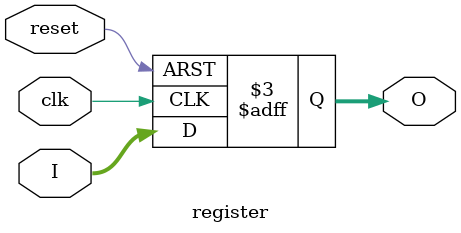
<source format=sv>
`timescale 1ns / 1ps


module register(
    input clk,
    input reset,
    input [1:0] I,
    output reg [1:0] O
    );
    always @(posedge clk or negedge reset) begin
        if(!reset) O=2'b00;
        else O<=I;
    end
endmodule

</source>
